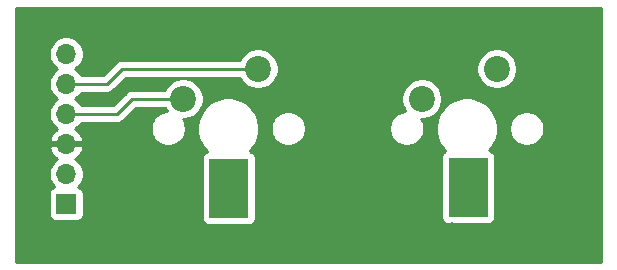
<source format=gtl>
%TF.GenerationSoftware,KiCad,Pcbnew,5.1.10*%
%TF.CreationDate,2021-06-22T00:25:09+02:00*%
%TF.ProjectId,Led_poc,4c65645f-706f-4632-9e6b-696361645f70,rev?*%
%TF.SameCoordinates,Original*%
%TF.FileFunction,Copper,L1,Top*%
%TF.FilePolarity,Positive*%
%FSLAX46Y46*%
G04 Gerber Fmt 4.6, Leading zero omitted, Abs format (unit mm)*
G04 Created by KiCad (PCBNEW 5.1.10) date 2021-06-22 00:25:09*
%MOMM*%
%LPD*%
G01*
G04 APERTURE LIST*
%TA.AperFunction,ComponentPad*%
%ADD10C,2.200000*%
%TD*%
%TA.AperFunction,ComponentPad*%
%ADD11O,1.700000X1.700000*%
%TD*%
%TA.AperFunction,ComponentPad*%
%ADD12R,1.700000X1.700000*%
%TD*%
%TA.AperFunction,WasherPad*%
%ADD13C,0.100000*%
%TD*%
%TA.AperFunction,ViaPad*%
%ADD14C,0.800000*%
%TD*%
%TA.AperFunction,Conductor*%
%ADD15C,0.250000*%
%TD*%
%TA.AperFunction,Conductor*%
%ADD16C,0.254000*%
%TD*%
%TA.AperFunction,Conductor*%
%ADD17C,0.100000*%
%TD*%
G04 APERTURE END LIST*
D10*
%TO.P,SW2,2*%
%TO.N,Net-(J1-Pad4)*%
X144211000Y-82021500D03*
%TO.P,SW2,1*%
%TO.N,Net-(J1-Pad6)*%
X150561000Y-79481500D03*
%TD*%
%TO.P,SW1,2*%
%TO.N,Net-(J1-Pad4)*%
X124011000Y-82021500D03*
%TO.P,SW1,1*%
%TO.N,Net-(J1-Pad5)*%
X130361000Y-79481500D03*
%TD*%
D11*
%TO.P,J1,6*%
%TO.N,Net-(J1-Pad6)*%
X114109500Y-78232000D03*
%TO.P,J1,5*%
%TO.N,Net-(J1-Pad5)*%
X114109500Y-80772000D03*
%TO.P,J1,4*%
%TO.N,Net-(J1-Pad4)*%
X114109500Y-83312000D03*
%TO.P,J1,3*%
%TO.N,/GND*%
X114109500Y-85852000D03*
%TO.P,J1,2*%
%TO.N,Net-(D1-Pad4)*%
X114109500Y-88392000D03*
D12*
%TO.P,J1,1*%
%TO.N,/VDD*%
X114109500Y-90932000D03*
%TD*%
%TA.AperFunction,WasherPad*%
D13*
%TO.P,D2,*%
%TO.N,*%
G36*
X149795500Y-92035000D02*
G01*
X146495500Y-92035000D01*
X146495500Y-87035000D01*
X149795500Y-87035000D01*
X149795500Y-92035000D01*
G37*
%TD.AperFunction*%
%TD*%
%TA.AperFunction,WasherPad*%
%TO.P,D1,*%
%TO.N,*%
G36*
X129539000Y-92098500D02*
G01*
X126239000Y-92098500D01*
X126239000Y-87098500D01*
X129539000Y-87098500D01*
X129539000Y-92098500D01*
G37*
%TD.AperFunction*%
%TD*%
D14*
%TO.N,/GND*%
X123698000Y-88836500D03*
X124904500Y-87630000D03*
X143891000Y-88773000D03*
X145288000Y-87566500D03*
X126365000Y-93091000D03*
X146748500Y-92900500D03*
%TD*%
D15*
%TO.N,Net-(J1-Pad5)*%
X114109500Y-80772000D02*
X117538500Y-80772000D01*
X118829000Y-79481500D02*
X130361000Y-79481500D01*
X117538500Y-80772000D02*
X118829000Y-79481500D01*
%TO.N,Net-(J1-Pad4)*%
X114109500Y-83312000D02*
X118427500Y-83312000D01*
X119718000Y-82021500D02*
X124011000Y-82021500D01*
X118427500Y-83312000D02*
X119718000Y-82021500D01*
%TD*%
D16*
%TO.N,/GND*%
X159360001Y-95860000D02*
X109880000Y-95860000D01*
X109880000Y-90082000D01*
X112621428Y-90082000D01*
X112621428Y-91782000D01*
X112633688Y-91906482D01*
X112669998Y-92026180D01*
X112728963Y-92136494D01*
X112808315Y-92233185D01*
X112905006Y-92312537D01*
X113015320Y-92371502D01*
X113135018Y-92407812D01*
X113259500Y-92420072D01*
X114959500Y-92420072D01*
X115083982Y-92407812D01*
X115203680Y-92371502D01*
X115313994Y-92312537D01*
X115410685Y-92233185D01*
X115490037Y-92136494D01*
X115549002Y-92026180D01*
X115585312Y-91906482D01*
X115597572Y-91782000D01*
X115597572Y-90082000D01*
X115585312Y-89957518D01*
X115549002Y-89837820D01*
X115490037Y-89727506D01*
X115410685Y-89630815D01*
X115313994Y-89551463D01*
X115203680Y-89492498D01*
X115131120Y-89470487D01*
X115262975Y-89338632D01*
X115425490Y-89095411D01*
X115537432Y-88825158D01*
X115594500Y-88538260D01*
X115594500Y-88245740D01*
X115537432Y-87958842D01*
X115425490Y-87688589D01*
X115262975Y-87445368D01*
X115056132Y-87238525D01*
X114873966Y-87116805D01*
X114990855Y-87047178D01*
X115207088Y-86852269D01*
X115381141Y-86618920D01*
X115506325Y-86356099D01*
X115550976Y-86208890D01*
X115429655Y-85979000D01*
X114236500Y-85979000D01*
X114236500Y-85999000D01*
X113982500Y-85999000D01*
X113982500Y-85979000D01*
X112789345Y-85979000D01*
X112668024Y-86208890D01*
X112712675Y-86356099D01*
X112837859Y-86618920D01*
X113011912Y-86852269D01*
X113228145Y-87047178D01*
X113345034Y-87116805D01*
X113162868Y-87238525D01*
X112956025Y-87445368D01*
X112793510Y-87688589D01*
X112681568Y-87958842D01*
X112624500Y-88245740D01*
X112624500Y-88538260D01*
X112681568Y-88825158D01*
X112793510Y-89095411D01*
X112956025Y-89338632D01*
X113087880Y-89470487D01*
X113015320Y-89492498D01*
X112905006Y-89551463D01*
X112808315Y-89630815D01*
X112728963Y-89727506D01*
X112669998Y-89837820D01*
X112633688Y-89957518D01*
X112621428Y-90082000D01*
X109880000Y-90082000D01*
X109880000Y-78085740D01*
X112624500Y-78085740D01*
X112624500Y-78378260D01*
X112681568Y-78665158D01*
X112793510Y-78935411D01*
X112956025Y-79178632D01*
X113162868Y-79385475D01*
X113337260Y-79502000D01*
X113162868Y-79618525D01*
X112956025Y-79825368D01*
X112793510Y-80068589D01*
X112681568Y-80338842D01*
X112624500Y-80625740D01*
X112624500Y-80918260D01*
X112681568Y-81205158D01*
X112793510Y-81475411D01*
X112956025Y-81718632D01*
X113162868Y-81925475D01*
X113337260Y-82042000D01*
X113162868Y-82158525D01*
X112956025Y-82365368D01*
X112793510Y-82608589D01*
X112681568Y-82878842D01*
X112624500Y-83165740D01*
X112624500Y-83458260D01*
X112681568Y-83745158D01*
X112793510Y-84015411D01*
X112956025Y-84258632D01*
X113162868Y-84465475D01*
X113345034Y-84587195D01*
X113228145Y-84656822D01*
X113011912Y-84851731D01*
X112837859Y-85085080D01*
X112712675Y-85347901D01*
X112668024Y-85495110D01*
X112789345Y-85725000D01*
X113982500Y-85725000D01*
X113982500Y-85705000D01*
X114236500Y-85705000D01*
X114236500Y-85725000D01*
X115429655Y-85725000D01*
X115550976Y-85495110D01*
X115506325Y-85347901D01*
X115381141Y-85085080D01*
X115207088Y-84851731D01*
X114990855Y-84656822D01*
X114873966Y-84587195D01*
X115056132Y-84465475D01*
X115262975Y-84258632D01*
X115387678Y-84072000D01*
X118390178Y-84072000D01*
X118427500Y-84075676D01*
X118464822Y-84072000D01*
X118464833Y-84072000D01*
X118576486Y-84061003D01*
X118719747Y-84017546D01*
X118851776Y-83946974D01*
X118967501Y-83852001D01*
X118991304Y-83822997D01*
X120032802Y-82781500D01*
X122447852Y-82781500D01*
X122473463Y-82843331D01*
X122629261Y-83076500D01*
X122594740Y-83076500D01*
X122307842Y-83133568D01*
X122037589Y-83245510D01*
X121794368Y-83408025D01*
X121587525Y-83614868D01*
X121425010Y-83858089D01*
X121313068Y-84128342D01*
X121256000Y-84415240D01*
X121256000Y-84707760D01*
X121313068Y-84994658D01*
X121425010Y-85264911D01*
X121587525Y-85508132D01*
X121794368Y-85714975D01*
X122037589Y-85877490D01*
X122307842Y-85989432D01*
X122594740Y-86046500D01*
X122887260Y-86046500D01*
X123174158Y-85989432D01*
X123444411Y-85877490D01*
X123687632Y-85714975D01*
X123894475Y-85508132D01*
X124056990Y-85264911D01*
X124168932Y-84994658D01*
X124226000Y-84707760D01*
X124226000Y-84415240D01*
X124203471Y-84301975D01*
X125186000Y-84301975D01*
X125186000Y-84821025D01*
X125287261Y-85330101D01*
X125485893Y-85809641D01*
X125774262Y-86241215D01*
X126031054Y-86498007D01*
X125994820Y-86508998D01*
X125884506Y-86567963D01*
X125787815Y-86647315D01*
X125708463Y-86744006D01*
X125649498Y-86854320D01*
X125613188Y-86974018D01*
X125600928Y-87098500D01*
X125600928Y-92098500D01*
X125613188Y-92222982D01*
X125649498Y-92342680D01*
X125708463Y-92452994D01*
X125787815Y-92549685D01*
X125884506Y-92629037D01*
X125994820Y-92688002D01*
X126114518Y-92724312D01*
X126239000Y-92736572D01*
X129539000Y-92736572D01*
X129663482Y-92724312D01*
X129783180Y-92688002D01*
X129893494Y-92629037D01*
X129990185Y-92549685D01*
X130069537Y-92452994D01*
X130128502Y-92342680D01*
X130164812Y-92222982D01*
X130177072Y-92098500D01*
X130177072Y-87098500D01*
X130164812Y-86974018D01*
X130128502Y-86854320D01*
X130069537Y-86744006D01*
X129990185Y-86647315D01*
X129893494Y-86567963D01*
X129783180Y-86508998D01*
X129663482Y-86472688D01*
X129638705Y-86470248D01*
X129867738Y-86241215D01*
X130156107Y-85809641D01*
X130354739Y-85330101D01*
X130456000Y-84821025D01*
X130456000Y-84415240D01*
X131416000Y-84415240D01*
X131416000Y-84707760D01*
X131473068Y-84994658D01*
X131585010Y-85264911D01*
X131747525Y-85508132D01*
X131954368Y-85714975D01*
X132197589Y-85877490D01*
X132467842Y-85989432D01*
X132754740Y-86046500D01*
X133047260Y-86046500D01*
X133334158Y-85989432D01*
X133604411Y-85877490D01*
X133847632Y-85714975D01*
X134054475Y-85508132D01*
X134216990Y-85264911D01*
X134328932Y-84994658D01*
X134386000Y-84707760D01*
X134386000Y-84415240D01*
X141456000Y-84415240D01*
X141456000Y-84707760D01*
X141513068Y-84994658D01*
X141625010Y-85264911D01*
X141787525Y-85508132D01*
X141994368Y-85714975D01*
X142237589Y-85877490D01*
X142507842Y-85989432D01*
X142794740Y-86046500D01*
X143087260Y-86046500D01*
X143374158Y-85989432D01*
X143644411Y-85877490D01*
X143887632Y-85714975D01*
X144094475Y-85508132D01*
X144256990Y-85264911D01*
X144368932Y-84994658D01*
X144426000Y-84707760D01*
X144426000Y-84415240D01*
X144403471Y-84301975D01*
X145386000Y-84301975D01*
X145386000Y-84821025D01*
X145487261Y-85330101D01*
X145685893Y-85809641D01*
X145974262Y-86241215D01*
X146203895Y-86470848D01*
X146141006Y-86504463D01*
X146044315Y-86583815D01*
X145964963Y-86680506D01*
X145905998Y-86790820D01*
X145869688Y-86910518D01*
X145857428Y-87035000D01*
X145857428Y-92035000D01*
X145869688Y-92159482D01*
X145905998Y-92279180D01*
X145964963Y-92389494D01*
X146044315Y-92486185D01*
X146141006Y-92565537D01*
X146251320Y-92624502D01*
X146371018Y-92660812D01*
X146495500Y-92673072D01*
X149795500Y-92673072D01*
X149919982Y-92660812D01*
X150039680Y-92624502D01*
X150149994Y-92565537D01*
X150246685Y-92486185D01*
X150326037Y-92389494D01*
X150385002Y-92279180D01*
X150421312Y-92159482D01*
X150433572Y-92035000D01*
X150433572Y-87035000D01*
X150421312Y-86910518D01*
X150385002Y-86790820D01*
X150326037Y-86680506D01*
X150246685Y-86583815D01*
X150149994Y-86504463D01*
X150039680Y-86445498D01*
X149919982Y-86409188D01*
X149901578Y-86407375D01*
X150067738Y-86241215D01*
X150356107Y-85809641D01*
X150554739Y-85330101D01*
X150656000Y-84821025D01*
X150656000Y-84415240D01*
X151616000Y-84415240D01*
X151616000Y-84707760D01*
X151673068Y-84994658D01*
X151785010Y-85264911D01*
X151947525Y-85508132D01*
X152154368Y-85714975D01*
X152397589Y-85877490D01*
X152667842Y-85989432D01*
X152954740Y-86046500D01*
X153247260Y-86046500D01*
X153534158Y-85989432D01*
X153804411Y-85877490D01*
X154047632Y-85714975D01*
X154254475Y-85508132D01*
X154416990Y-85264911D01*
X154528932Y-84994658D01*
X154586000Y-84707760D01*
X154586000Y-84415240D01*
X154528932Y-84128342D01*
X154416990Y-83858089D01*
X154254475Y-83614868D01*
X154047632Y-83408025D01*
X153804411Y-83245510D01*
X153534158Y-83133568D01*
X153247260Y-83076500D01*
X152954740Y-83076500D01*
X152667842Y-83133568D01*
X152397589Y-83245510D01*
X152154368Y-83408025D01*
X151947525Y-83614868D01*
X151785010Y-83858089D01*
X151673068Y-84128342D01*
X151616000Y-84415240D01*
X150656000Y-84415240D01*
X150656000Y-84301975D01*
X150554739Y-83792899D01*
X150356107Y-83313359D01*
X150067738Y-82881785D01*
X149700715Y-82514762D01*
X149269141Y-82226393D01*
X148789601Y-82027761D01*
X148280525Y-81926500D01*
X147761475Y-81926500D01*
X147252399Y-82027761D01*
X146772859Y-82226393D01*
X146341285Y-82514762D01*
X145974262Y-82881785D01*
X145685893Y-83313359D01*
X145487261Y-83792899D01*
X145386000Y-84301975D01*
X144403471Y-84301975D01*
X144368932Y-84128342D01*
X144256990Y-83858089D01*
X144189110Y-83756500D01*
X144381883Y-83756500D01*
X144717081Y-83689825D01*
X145032831Y-83559037D01*
X145316998Y-83369163D01*
X145558663Y-83127498D01*
X145748537Y-82843331D01*
X145879325Y-82527581D01*
X145946000Y-82192383D01*
X145946000Y-81850617D01*
X145879325Y-81515419D01*
X145748537Y-81199669D01*
X145558663Y-80915502D01*
X145316998Y-80673837D01*
X145032831Y-80483963D01*
X144717081Y-80353175D01*
X144381883Y-80286500D01*
X144040117Y-80286500D01*
X143704919Y-80353175D01*
X143389169Y-80483963D01*
X143105002Y-80673837D01*
X142863337Y-80915502D01*
X142673463Y-81199669D01*
X142542675Y-81515419D01*
X142476000Y-81850617D01*
X142476000Y-82192383D01*
X142542675Y-82527581D01*
X142673463Y-82843331D01*
X142829261Y-83076500D01*
X142794740Y-83076500D01*
X142507842Y-83133568D01*
X142237589Y-83245510D01*
X141994368Y-83408025D01*
X141787525Y-83614868D01*
X141625010Y-83858089D01*
X141513068Y-84128342D01*
X141456000Y-84415240D01*
X134386000Y-84415240D01*
X134328932Y-84128342D01*
X134216990Y-83858089D01*
X134054475Y-83614868D01*
X133847632Y-83408025D01*
X133604411Y-83245510D01*
X133334158Y-83133568D01*
X133047260Y-83076500D01*
X132754740Y-83076500D01*
X132467842Y-83133568D01*
X132197589Y-83245510D01*
X131954368Y-83408025D01*
X131747525Y-83614868D01*
X131585010Y-83858089D01*
X131473068Y-84128342D01*
X131416000Y-84415240D01*
X130456000Y-84415240D01*
X130456000Y-84301975D01*
X130354739Y-83792899D01*
X130156107Y-83313359D01*
X129867738Y-82881785D01*
X129500715Y-82514762D01*
X129069141Y-82226393D01*
X128589601Y-82027761D01*
X128080525Y-81926500D01*
X127561475Y-81926500D01*
X127052399Y-82027761D01*
X126572859Y-82226393D01*
X126141285Y-82514762D01*
X125774262Y-82881785D01*
X125485893Y-83313359D01*
X125287261Y-83792899D01*
X125186000Y-84301975D01*
X124203471Y-84301975D01*
X124168932Y-84128342D01*
X124056990Y-83858089D01*
X123989110Y-83756500D01*
X124181883Y-83756500D01*
X124517081Y-83689825D01*
X124832831Y-83559037D01*
X125116998Y-83369163D01*
X125358663Y-83127498D01*
X125548537Y-82843331D01*
X125679325Y-82527581D01*
X125746000Y-82192383D01*
X125746000Y-81850617D01*
X125679325Y-81515419D01*
X125548537Y-81199669D01*
X125358663Y-80915502D01*
X125116998Y-80673837D01*
X124832831Y-80483963D01*
X124517081Y-80353175D01*
X124181883Y-80286500D01*
X123840117Y-80286500D01*
X123504919Y-80353175D01*
X123189169Y-80483963D01*
X122905002Y-80673837D01*
X122663337Y-80915502D01*
X122473463Y-81199669D01*
X122447852Y-81261500D01*
X119755333Y-81261500D01*
X119718000Y-81257823D01*
X119680667Y-81261500D01*
X119569014Y-81272497D01*
X119425753Y-81315954D01*
X119293724Y-81386526D01*
X119177999Y-81481499D01*
X119154201Y-81510497D01*
X118112699Y-82552000D01*
X115387678Y-82552000D01*
X115262975Y-82365368D01*
X115056132Y-82158525D01*
X114881740Y-82042000D01*
X115056132Y-81925475D01*
X115262975Y-81718632D01*
X115387678Y-81532000D01*
X117501178Y-81532000D01*
X117538500Y-81535676D01*
X117575822Y-81532000D01*
X117575833Y-81532000D01*
X117687486Y-81521003D01*
X117830747Y-81477546D01*
X117962776Y-81406974D01*
X118078501Y-81312001D01*
X118102304Y-81282997D01*
X119143802Y-80241500D01*
X128797852Y-80241500D01*
X128823463Y-80303331D01*
X129013337Y-80587498D01*
X129255002Y-80829163D01*
X129539169Y-81019037D01*
X129854919Y-81149825D01*
X130190117Y-81216500D01*
X130531883Y-81216500D01*
X130867081Y-81149825D01*
X131182831Y-81019037D01*
X131466998Y-80829163D01*
X131708663Y-80587498D01*
X131898537Y-80303331D01*
X132029325Y-79987581D01*
X132096000Y-79652383D01*
X132096000Y-79310617D01*
X148826000Y-79310617D01*
X148826000Y-79652383D01*
X148892675Y-79987581D01*
X149023463Y-80303331D01*
X149213337Y-80587498D01*
X149455002Y-80829163D01*
X149739169Y-81019037D01*
X150054919Y-81149825D01*
X150390117Y-81216500D01*
X150731883Y-81216500D01*
X151067081Y-81149825D01*
X151382831Y-81019037D01*
X151666998Y-80829163D01*
X151908663Y-80587498D01*
X152098537Y-80303331D01*
X152229325Y-79987581D01*
X152296000Y-79652383D01*
X152296000Y-79310617D01*
X152229325Y-78975419D01*
X152098537Y-78659669D01*
X151908663Y-78375502D01*
X151666998Y-78133837D01*
X151382831Y-77943963D01*
X151067081Y-77813175D01*
X150731883Y-77746500D01*
X150390117Y-77746500D01*
X150054919Y-77813175D01*
X149739169Y-77943963D01*
X149455002Y-78133837D01*
X149213337Y-78375502D01*
X149023463Y-78659669D01*
X148892675Y-78975419D01*
X148826000Y-79310617D01*
X132096000Y-79310617D01*
X132029325Y-78975419D01*
X131898537Y-78659669D01*
X131708663Y-78375502D01*
X131466998Y-78133837D01*
X131182831Y-77943963D01*
X130867081Y-77813175D01*
X130531883Y-77746500D01*
X130190117Y-77746500D01*
X129854919Y-77813175D01*
X129539169Y-77943963D01*
X129255002Y-78133837D01*
X129013337Y-78375502D01*
X128823463Y-78659669D01*
X128797852Y-78721500D01*
X118866333Y-78721500D01*
X118829000Y-78717823D01*
X118791667Y-78721500D01*
X118680014Y-78732497D01*
X118536753Y-78775954D01*
X118404724Y-78846526D01*
X118288999Y-78941499D01*
X118265201Y-78970497D01*
X117223699Y-80012000D01*
X115387678Y-80012000D01*
X115262975Y-79825368D01*
X115056132Y-79618525D01*
X114881740Y-79502000D01*
X115056132Y-79385475D01*
X115262975Y-79178632D01*
X115425490Y-78935411D01*
X115537432Y-78665158D01*
X115594500Y-78378260D01*
X115594500Y-78085740D01*
X115537432Y-77798842D01*
X115425490Y-77528589D01*
X115262975Y-77285368D01*
X115056132Y-77078525D01*
X114812911Y-76916010D01*
X114542658Y-76804068D01*
X114255760Y-76747000D01*
X113963240Y-76747000D01*
X113676342Y-76804068D01*
X113406089Y-76916010D01*
X113162868Y-77078525D01*
X112956025Y-77285368D01*
X112793510Y-77528589D01*
X112681568Y-77798842D01*
X112624500Y-78085740D01*
X109880000Y-78085740D01*
X109880000Y-74320000D01*
X159360000Y-74320000D01*
X159360001Y-95860000D01*
%TA.AperFunction,Conductor*%
D17*
G36*
X159360001Y-95860000D02*
G01*
X109880000Y-95860000D01*
X109880000Y-90082000D01*
X112621428Y-90082000D01*
X112621428Y-91782000D01*
X112633688Y-91906482D01*
X112669998Y-92026180D01*
X112728963Y-92136494D01*
X112808315Y-92233185D01*
X112905006Y-92312537D01*
X113015320Y-92371502D01*
X113135018Y-92407812D01*
X113259500Y-92420072D01*
X114959500Y-92420072D01*
X115083982Y-92407812D01*
X115203680Y-92371502D01*
X115313994Y-92312537D01*
X115410685Y-92233185D01*
X115490037Y-92136494D01*
X115549002Y-92026180D01*
X115585312Y-91906482D01*
X115597572Y-91782000D01*
X115597572Y-90082000D01*
X115585312Y-89957518D01*
X115549002Y-89837820D01*
X115490037Y-89727506D01*
X115410685Y-89630815D01*
X115313994Y-89551463D01*
X115203680Y-89492498D01*
X115131120Y-89470487D01*
X115262975Y-89338632D01*
X115425490Y-89095411D01*
X115537432Y-88825158D01*
X115594500Y-88538260D01*
X115594500Y-88245740D01*
X115537432Y-87958842D01*
X115425490Y-87688589D01*
X115262975Y-87445368D01*
X115056132Y-87238525D01*
X114873966Y-87116805D01*
X114990855Y-87047178D01*
X115207088Y-86852269D01*
X115381141Y-86618920D01*
X115506325Y-86356099D01*
X115550976Y-86208890D01*
X115429655Y-85979000D01*
X114236500Y-85979000D01*
X114236500Y-85999000D01*
X113982500Y-85999000D01*
X113982500Y-85979000D01*
X112789345Y-85979000D01*
X112668024Y-86208890D01*
X112712675Y-86356099D01*
X112837859Y-86618920D01*
X113011912Y-86852269D01*
X113228145Y-87047178D01*
X113345034Y-87116805D01*
X113162868Y-87238525D01*
X112956025Y-87445368D01*
X112793510Y-87688589D01*
X112681568Y-87958842D01*
X112624500Y-88245740D01*
X112624500Y-88538260D01*
X112681568Y-88825158D01*
X112793510Y-89095411D01*
X112956025Y-89338632D01*
X113087880Y-89470487D01*
X113015320Y-89492498D01*
X112905006Y-89551463D01*
X112808315Y-89630815D01*
X112728963Y-89727506D01*
X112669998Y-89837820D01*
X112633688Y-89957518D01*
X112621428Y-90082000D01*
X109880000Y-90082000D01*
X109880000Y-78085740D01*
X112624500Y-78085740D01*
X112624500Y-78378260D01*
X112681568Y-78665158D01*
X112793510Y-78935411D01*
X112956025Y-79178632D01*
X113162868Y-79385475D01*
X113337260Y-79502000D01*
X113162868Y-79618525D01*
X112956025Y-79825368D01*
X112793510Y-80068589D01*
X112681568Y-80338842D01*
X112624500Y-80625740D01*
X112624500Y-80918260D01*
X112681568Y-81205158D01*
X112793510Y-81475411D01*
X112956025Y-81718632D01*
X113162868Y-81925475D01*
X113337260Y-82042000D01*
X113162868Y-82158525D01*
X112956025Y-82365368D01*
X112793510Y-82608589D01*
X112681568Y-82878842D01*
X112624500Y-83165740D01*
X112624500Y-83458260D01*
X112681568Y-83745158D01*
X112793510Y-84015411D01*
X112956025Y-84258632D01*
X113162868Y-84465475D01*
X113345034Y-84587195D01*
X113228145Y-84656822D01*
X113011912Y-84851731D01*
X112837859Y-85085080D01*
X112712675Y-85347901D01*
X112668024Y-85495110D01*
X112789345Y-85725000D01*
X113982500Y-85725000D01*
X113982500Y-85705000D01*
X114236500Y-85705000D01*
X114236500Y-85725000D01*
X115429655Y-85725000D01*
X115550976Y-85495110D01*
X115506325Y-85347901D01*
X115381141Y-85085080D01*
X115207088Y-84851731D01*
X114990855Y-84656822D01*
X114873966Y-84587195D01*
X115056132Y-84465475D01*
X115262975Y-84258632D01*
X115387678Y-84072000D01*
X118390178Y-84072000D01*
X118427500Y-84075676D01*
X118464822Y-84072000D01*
X118464833Y-84072000D01*
X118576486Y-84061003D01*
X118719747Y-84017546D01*
X118851776Y-83946974D01*
X118967501Y-83852001D01*
X118991304Y-83822997D01*
X120032802Y-82781500D01*
X122447852Y-82781500D01*
X122473463Y-82843331D01*
X122629261Y-83076500D01*
X122594740Y-83076500D01*
X122307842Y-83133568D01*
X122037589Y-83245510D01*
X121794368Y-83408025D01*
X121587525Y-83614868D01*
X121425010Y-83858089D01*
X121313068Y-84128342D01*
X121256000Y-84415240D01*
X121256000Y-84707760D01*
X121313068Y-84994658D01*
X121425010Y-85264911D01*
X121587525Y-85508132D01*
X121794368Y-85714975D01*
X122037589Y-85877490D01*
X122307842Y-85989432D01*
X122594740Y-86046500D01*
X122887260Y-86046500D01*
X123174158Y-85989432D01*
X123444411Y-85877490D01*
X123687632Y-85714975D01*
X123894475Y-85508132D01*
X124056990Y-85264911D01*
X124168932Y-84994658D01*
X124226000Y-84707760D01*
X124226000Y-84415240D01*
X124203471Y-84301975D01*
X125186000Y-84301975D01*
X125186000Y-84821025D01*
X125287261Y-85330101D01*
X125485893Y-85809641D01*
X125774262Y-86241215D01*
X126031054Y-86498007D01*
X125994820Y-86508998D01*
X125884506Y-86567963D01*
X125787815Y-86647315D01*
X125708463Y-86744006D01*
X125649498Y-86854320D01*
X125613188Y-86974018D01*
X125600928Y-87098500D01*
X125600928Y-92098500D01*
X125613188Y-92222982D01*
X125649498Y-92342680D01*
X125708463Y-92452994D01*
X125787815Y-92549685D01*
X125884506Y-92629037D01*
X125994820Y-92688002D01*
X126114518Y-92724312D01*
X126239000Y-92736572D01*
X129539000Y-92736572D01*
X129663482Y-92724312D01*
X129783180Y-92688002D01*
X129893494Y-92629037D01*
X129990185Y-92549685D01*
X130069537Y-92452994D01*
X130128502Y-92342680D01*
X130164812Y-92222982D01*
X130177072Y-92098500D01*
X130177072Y-87098500D01*
X130164812Y-86974018D01*
X130128502Y-86854320D01*
X130069537Y-86744006D01*
X129990185Y-86647315D01*
X129893494Y-86567963D01*
X129783180Y-86508998D01*
X129663482Y-86472688D01*
X129638705Y-86470248D01*
X129867738Y-86241215D01*
X130156107Y-85809641D01*
X130354739Y-85330101D01*
X130456000Y-84821025D01*
X130456000Y-84415240D01*
X131416000Y-84415240D01*
X131416000Y-84707760D01*
X131473068Y-84994658D01*
X131585010Y-85264911D01*
X131747525Y-85508132D01*
X131954368Y-85714975D01*
X132197589Y-85877490D01*
X132467842Y-85989432D01*
X132754740Y-86046500D01*
X133047260Y-86046500D01*
X133334158Y-85989432D01*
X133604411Y-85877490D01*
X133847632Y-85714975D01*
X134054475Y-85508132D01*
X134216990Y-85264911D01*
X134328932Y-84994658D01*
X134386000Y-84707760D01*
X134386000Y-84415240D01*
X141456000Y-84415240D01*
X141456000Y-84707760D01*
X141513068Y-84994658D01*
X141625010Y-85264911D01*
X141787525Y-85508132D01*
X141994368Y-85714975D01*
X142237589Y-85877490D01*
X142507842Y-85989432D01*
X142794740Y-86046500D01*
X143087260Y-86046500D01*
X143374158Y-85989432D01*
X143644411Y-85877490D01*
X143887632Y-85714975D01*
X144094475Y-85508132D01*
X144256990Y-85264911D01*
X144368932Y-84994658D01*
X144426000Y-84707760D01*
X144426000Y-84415240D01*
X144403471Y-84301975D01*
X145386000Y-84301975D01*
X145386000Y-84821025D01*
X145487261Y-85330101D01*
X145685893Y-85809641D01*
X145974262Y-86241215D01*
X146203895Y-86470848D01*
X146141006Y-86504463D01*
X146044315Y-86583815D01*
X145964963Y-86680506D01*
X145905998Y-86790820D01*
X145869688Y-86910518D01*
X145857428Y-87035000D01*
X145857428Y-92035000D01*
X145869688Y-92159482D01*
X145905998Y-92279180D01*
X145964963Y-92389494D01*
X146044315Y-92486185D01*
X146141006Y-92565537D01*
X146251320Y-92624502D01*
X146371018Y-92660812D01*
X146495500Y-92673072D01*
X149795500Y-92673072D01*
X149919982Y-92660812D01*
X150039680Y-92624502D01*
X150149994Y-92565537D01*
X150246685Y-92486185D01*
X150326037Y-92389494D01*
X150385002Y-92279180D01*
X150421312Y-92159482D01*
X150433572Y-92035000D01*
X150433572Y-87035000D01*
X150421312Y-86910518D01*
X150385002Y-86790820D01*
X150326037Y-86680506D01*
X150246685Y-86583815D01*
X150149994Y-86504463D01*
X150039680Y-86445498D01*
X149919982Y-86409188D01*
X149901578Y-86407375D01*
X150067738Y-86241215D01*
X150356107Y-85809641D01*
X150554739Y-85330101D01*
X150656000Y-84821025D01*
X150656000Y-84415240D01*
X151616000Y-84415240D01*
X151616000Y-84707760D01*
X151673068Y-84994658D01*
X151785010Y-85264911D01*
X151947525Y-85508132D01*
X152154368Y-85714975D01*
X152397589Y-85877490D01*
X152667842Y-85989432D01*
X152954740Y-86046500D01*
X153247260Y-86046500D01*
X153534158Y-85989432D01*
X153804411Y-85877490D01*
X154047632Y-85714975D01*
X154254475Y-85508132D01*
X154416990Y-85264911D01*
X154528932Y-84994658D01*
X154586000Y-84707760D01*
X154586000Y-84415240D01*
X154528932Y-84128342D01*
X154416990Y-83858089D01*
X154254475Y-83614868D01*
X154047632Y-83408025D01*
X153804411Y-83245510D01*
X153534158Y-83133568D01*
X153247260Y-83076500D01*
X152954740Y-83076500D01*
X152667842Y-83133568D01*
X152397589Y-83245510D01*
X152154368Y-83408025D01*
X151947525Y-83614868D01*
X151785010Y-83858089D01*
X151673068Y-84128342D01*
X151616000Y-84415240D01*
X150656000Y-84415240D01*
X150656000Y-84301975D01*
X150554739Y-83792899D01*
X150356107Y-83313359D01*
X150067738Y-82881785D01*
X149700715Y-82514762D01*
X149269141Y-82226393D01*
X148789601Y-82027761D01*
X148280525Y-81926500D01*
X147761475Y-81926500D01*
X147252399Y-82027761D01*
X146772859Y-82226393D01*
X146341285Y-82514762D01*
X145974262Y-82881785D01*
X145685893Y-83313359D01*
X145487261Y-83792899D01*
X145386000Y-84301975D01*
X144403471Y-84301975D01*
X144368932Y-84128342D01*
X144256990Y-83858089D01*
X144189110Y-83756500D01*
X144381883Y-83756500D01*
X144717081Y-83689825D01*
X145032831Y-83559037D01*
X145316998Y-83369163D01*
X145558663Y-83127498D01*
X145748537Y-82843331D01*
X145879325Y-82527581D01*
X145946000Y-82192383D01*
X145946000Y-81850617D01*
X145879325Y-81515419D01*
X145748537Y-81199669D01*
X145558663Y-80915502D01*
X145316998Y-80673837D01*
X145032831Y-80483963D01*
X144717081Y-80353175D01*
X144381883Y-80286500D01*
X144040117Y-80286500D01*
X143704919Y-80353175D01*
X143389169Y-80483963D01*
X143105002Y-80673837D01*
X142863337Y-80915502D01*
X142673463Y-81199669D01*
X142542675Y-81515419D01*
X142476000Y-81850617D01*
X142476000Y-82192383D01*
X142542675Y-82527581D01*
X142673463Y-82843331D01*
X142829261Y-83076500D01*
X142794740Y-83076500D01*
X142507842Y-83133568D01*
X142237589Y-83245510D01*
X141994368Y-83408025D01*
X141787525Y-83614868D01*
X141625010Y-83858089D01*
X141513068Y-84128342D01*
X141456000Y-84415240D01*
X134386000Y-84415240D01*
X134328932Y-84128342D01*
X134216990Y-83858089D01*
X134054475Y-83614868D01*
X133847632Y-83408025D01*
X133604411Y-83245510D01*
X133334158Y-83133568D01*
X133047260Y-83076500D01*
X132754740Y-83076500D01*
X132467842Y-83133568D01*
X132197589Y-83245510D01*
X131954368Y-83408025D01*
X131747525Y-83614868D01*
X131585010Y-83858089D01*
X131473068Y-84128342D01*
X131416000Y-84415240D01*
X130456000Y-84415240D01*
X130456000Y-84301975D01*
X130354739Y-83792899D01*
X130156107Y-83313359D01*
X129867738Y-82881785D01*
X129500715Y-82514762D01*
X129069141Y-82226393D01*
X128589601Y-82027761D01*
X128080525Y-81926500D01*
X127561475Y-81926500D01*
X127052399Y-82027761D01*
X126572859Y-82226393D01*
X126141285Y-82514762D01*
X125774262Y-82881785D01*
X125485893Y-83313359D01*
X125287261Y-83792899D01*
X125186000Y-84301975D01*
X124203471Y-84301975D01*
X124168932Y-84128342D01*
X124056990Y-83858089D01*
X123989110Y-83756500D01*
X124181883Y-83756500D01*
X124517081Y-83689825D01*
X124832831Y-83559037D01*
X125116998Y-83369163D01*
X125358663Y-83127498D01*
X125548537Y-82843331D01*
X125679325Y-82527581D01*
X125746000Y-82192383D01*
X125746000Y-81850617D01*
X125679325Y-81515419D01*
X125548537Y-81199669D01*
X125358663Y-80915502D01*
X125116998Y-80673837D01*
X124832831Y-80483963D01*
X124517081Y-80353175D01*
X124181883Y-80286500D01*
X123840117Y-80286500D01*
X123504919Y-80353175D01*
X123189169Y-80483963D01*
X122905002Y-80673837D01*
X122663337Y-80915502D01*
X122473463Y-81199669D01*
X122447852Y-81261500D01*
X119755333Y-81261500D01*
X119718000Y-81257823D01*
X119680667Y-81261500D01*
X119569014Y-81272497D01*
X119425753Y-81315954D01*
X119293724Y-81386526D01*
X119177999Y-81481499D01*
X119154201Y-81510497D01*
X118112699Y-82552000D01*
X115387678Y-82552000D01*
X115262975Y-82365368D01*
X115056132Y-82158525D01*
X114881740Y-82042000D01*
X115056132Y-81925475D01*
X115262975Y-81718632D01*
X115387678Y-81532000D01*
X117501178Y-81532000D01*
X117538500Y-81535676D01*
X117575822Y-81532000D01*
X117575833Y-81532000D01*
X117687486Y-81521003D01*
X117830747Y-81477546D01*
X117962776Y-81406974D01*
X118078501Y-81312001D01*
X118102304Y-81282997D01*
X119143802Y-80241500D01*
X128797852Y-80241500D01*
X128823463Y-80303331D01*
X129013337Y-80587498D01*
X129255002Y-80829163D01*
X129539169Y-81019037D01*
X129854919Y-81149825D01*
X130190117Y-81216500D01*
X130531883Y-81216500D01*
X130867081Y-81149825D01*
X131182831Y-81019037D01*
X131466998Y-80829163D01*
X131708663Y-80587498D01*
X131898537Y-80303331D01*
X132029325Y-79987581D01*
X132096000Y-79652383D01*
X132096000Y-79310617D01*
X148826000Y-79310617D01*
X148826000Y-79652383D01*
X148892675Y-79987581D01*
X149023463Y-80303331D01*
X149213337Y-80587498D01*
X149455002Y-80829163D01*
X149739169Y-81019037D01*
X150054919Y-81149825D01*
X150390117Y-81216500D01*
X150731883Y-81216500D01*
X151067081Y-81149825D01*
X151382831Y-81019037D01*
X151666998Y-80829163D01*
X151908663Y-80587498D01*
X152098537Y-80303331D01*
X152229325Y-79987581D01*
X152296000Y-79652383D01*
X152296000Y-79310617D01*
X152229325Y-78975419D01*
X152098537Y-78659669D01*
X151908663Y-78375502D01*
X151666998Y-78133837D01*
X151382831Y-77943963D01*
X151067081Y-77813175D01*
X150731883Y-77746500D01*
X150390117Y-77746500D01*
X150054919Y-77813175D01*
X149739169Y-77943963D01*
X149455002Y-78133837D01*
X149213337Y-78375502D01*
X149023463Y-78659669D01*
X148892675Y-78975419D01*
X148826000Y-79310617D01*
X132096000Y-79310617D01*
X132029325Y-78975419D01*
X131898537Y-78659669D01*
X131708663Y-78375502D01*
X131466998Y-78133837D01*
X131182831Y-77943963D01*
X130867081Y-77813175D01*
X130531883Y-77746500D01*
X130190117Y-77746500D01*
X129854919Y-77813175D01*
X129539169Y-77943963D01*
X129255002Y-78133837D01*
X129013337Y-78375502D01*
X128823463Y-78659669D01*
X128797852Y-78721500D01*
X118866333Y-78721500D01*
X118829000Y-78717823D01*
X118791667Y-78721500D01*
X118680014Y-78732497D01*
X118536753Y-78775954D01*
X118404724Y-78846526D01*
X118288999Y-78941499D01*
X118265201Y-78970497D01*
X117223699Y-80012000D01*
X115387678Y-80012000D01*
X115262975Y-79825368D01*
X115056132Y-79618525D01*
X114881740Y-79502000D01*
X115056132Y-79385475D01*
X115262975Y-79178632D01*
X115425490Y-78935411D01*
X115537432Y-78665158D01*
X115594500Y-78378260D01*
X115594500Y-78085740D01*
X115537432Y-77798842D01*
X115425490Y-77528589D01*
X115262975Y-77285368D01*
X115056132Y-77078525D01*
X114812911Y-76916010D01*
X114542658Y-76804068D01*
X114255760Y-76747000D01*
X113963240Y-76747000D01*
X113676342Y-76804068D01*
X113406089Y-76916010D01*
X113162868Y-77078525D01*
X112956025Y-77285368D01*
X112793510Y-77528589D01*
X112681568Y-77798842D01*
X112624500Y-78085740D01*
X109880000Y-78085740D01*
X109880000Y-74320000D01*
X159360000Y-74320000D01*
X159360001Y-95860000D01*
G37*
%TD.AperFunction*%
%TD*%
M02*

</source>
